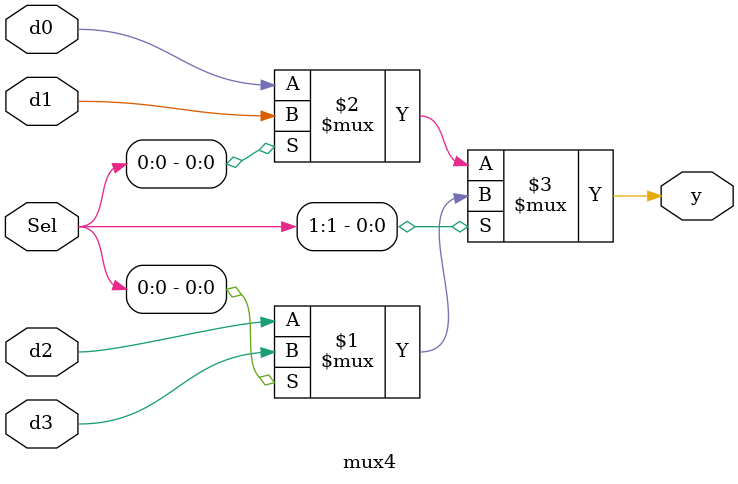
<source format=sv>
module mux4(input logic  d3,d2,d1,d0,
			input logic [1:0]Sel,
			output logic y);
 assign y = Sel[1] ? (Sel[0] ? d3 : d2)
 				    : (Sel[0] ? d1 : d0);
endmodule
</source>
